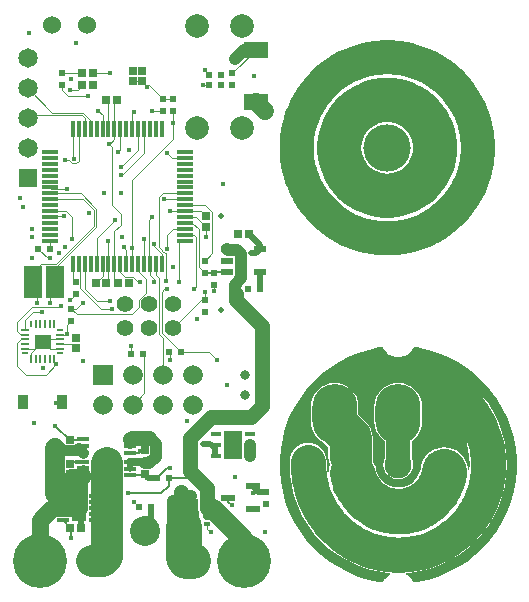
<source format=gbl>
G04*
G04 #@! TF.GenerationSoftware,Altium Limited,Altium Designer,20.0.13 (296)*
G04*
G04 Layer_Physical_Order=4*
G04 Layer_Color=16711680*
%FSLAX25Y25*%
%MOIN*%
G70*
G01*
G75*
%ADD10R,0.02559X0.02520*%
%ADD12R,0.02362X0.01968*%
%ADD13R,0.01968X0.02362*%
%ADD23R,0.02520X0.02559*%
%ADD29C,0.00400*%
%ADD30C,0.04000*%
%ADD31C,0.08000*%
%ADD32C,0.02000*%
%ADD33C,0.02500*%
%ADD34C,0.00800*%
%ADD35C,0.03000*%
%ADD37C,0.05000*%
%ADD38C,0.04500*%
%ADD39C,0.03500*%
%ADD40C,0.06500*%
%ADD42C,0.11200*%
%ADD43O,0.15000X0.20000*%
%ADD45C,0.14575*%
%ADD46C,0.15000*%
%ADD47C,0.11500*%
%ADD51C,0.07000*%
%ADD52C,0.03150*%
%ADD53C,0.06000*%
%ADD54C,0.05512*%
%ADD55R,0.05300X0.04800*%
%ADD56R,0.06496X0.06496*%
%ADD57C,0.06496*%
%ADD58R,0.06555X0.06555*%
%ADD59C,0.06555*%
%ADD60C,0.07874*%
%ADD61C,0.18000*%
%ADD62C,0.10000*%
%ADD63C,0.01968*%
%ADD64C,0.01772*%
%ADD65C,0.09000*%
%ADD68C,0.06000*%
%ADD69R,0.05118X0.09055*%
%ADD70R,0.03937X0.01181*%
%ADD71R,0.01968X0.01378*%
%ADD72R,0.01181X0.01575*%
%ADD73R,0.07795X0.09646*%
%ADD74R,0.01693X0.01496*%
%ADD75R,0.03937X0.01378*%
%ADD76R,0.00600X0.02200*%
%ADD77R,0.00787X0.02953*%
%ADD78R,0.02200X0.00600*%
%ADD79R,0.02953X0.00787*%
%ADD80R,0.04331X0.02362*%
%ADD81R,0.08268X0.05512*%
%ADD82R,0.05906X0.10630*%
%ADD83R,0.04921X0.02362*%
%ADD84R,0.06417X0.09331*%
G04:AMPARAMS|DCode=85|XSize=33.86mil|YSize=15.75mil|CornerRadius=1.97mil|HoleSize=0mil|Usage=FLASHONLY|Rotation=0.000|XOffset=0mil|YOffset=0mil|HoleType=Round|Shape=RoundedRectangle|*
%AMROUNDEDRECTD85*
21,1,0.03386,0.01181,0,0,0.0*
21,1,0.02992,0.01575,0,0,0.0*
1,1,0.00394,0.01496,-0.00591*
1,1,0.00394,-0.01496,-0.00591*
1,1,0.00394,-0.01496,0.00591*
1,1,0.00394,0.01496,0.00591*
%
%ADD85ROUNDEDRECTD85*%
%ADD86R,0.03583X0.04803*%
%ADD87R,0.01181X0.05807*%
%ADD88R,0.05807X0.01181*%
%ADD89C,0.12000*%
%ADD90C,0.10500*%
%ADD91C,0.05500*%
%ADD92C,0.15750*%
%ADD93C,0.14000*%
%ADD94C,0.00500*%
G36*
X656912Y476569D02*
X660434Y475830D01*
X663874Y474774D01*
X667204Y473409D01*
X670396Y471748D01*
X673424Y469804D01*
X676264Y467594D01*
X678890Y465134D01*
X681283Y462446D01*
X683422Y459552D01*
X685289Y456476D01*
X686869Y453243D01*
X688149Y449880D01*
X689119Y446414D01*
X689769Y442875D01*
X690096Y439291D01*
Y435693D01*
X689769Y432109D01*
X689119Y428570D01*
X688149Y425104D01*
X686869Y421741D01*
X685289Y418508D01*
X683422Y415432D01*
X681283Y412538D01*
X678890Y409850D01*
X676264Y407391D01*
X673424Y405180D01*
X670396Y403236D01*
X667204Y401575D01*
X663874Y400211D01*
X660433Y399154D01*
X656912Y398415D01*
X655730Y398277D01*
X655725Y398292D01*
X655209Y399177D01*
X655154Y399240D01*
X655110Y399312D01*
X654422Y400072D01*
X654355Y400122D01*
X654298Y400183D01*
X653467Y400783D01*
X653391Y400818D01*
X653322Y400867D01*
X653185Y400928D01*
X653279Y401433D01*
X654092Y401473D01*
X657606Y401994D01*
X661051Y402857D01*
X664395Y404053D01*
X667606Y405572D01*
X670653Y407398D01*
X673505Y409514D01*
X676137Y411899D01*
X678523Y414531D01*
X680638Y417384D01*
X682465Y420431D01*
X683983Y423641D01*
X685180Y426986D01*
X686043Y430431D01*
X686564Y433945D01*
X686738Y437492D01*
X686564Y441040D01*
X686043Y444553D01*
X685180Y447999D01*
X683983Y451343D01*
X682465Y454554D01*
X680638Y457600D01*
X678583Y460371D01*
X678523Y460453D01*
X678257Y460746D01*
X677925Y461109D01*
X677896Y461145D01*
X676959Y461914D01*
X675891Y462485D01*
X674731Y462837D01*
X673526Y462956D01*
X672320Y462837D01*
X671161Y462485D01*
X670093Y461914D01*
X669156Y461145D01*
X668388Y460209D01*
X667816Y459141D01*
X667465Y457981D01*
X667346Y456776D01*
X667465Y455570D01*
X667816Y454411D01*
X668388Y453342D01*
X668814Y452822D01*
X668785Y452798D01*
X669181Y452354D01*
X670728Y450174D01*
X672021Y447835D01*
X673044Y445365D01*
X673784Y442796D01*
X674232Y440161D01*
X674382Y437492D01*
X674288Y435810D01*
X673786Y435799D01*
X673679Y436884D01*
X673228Y438373D01*
X672494Y439745D01*
X671507Y440948D01*
X670304Y441935D01*
X668931Y442669D01*
X667442Y443121D01*
X665894Y443273D01*
X664345Y443121D01*
X662856Y442669D01*
X661483Y441935D01*
X661308Y441791D01*
X661262Y441772D01*
X660239Y440987D01*
X659453Y439963D01*
X659434Y439917D01*
X659293Y439745D01*
X658560Y438373D01*
X658120Y436922D01*
X658108Y436884D01*
X658028Y436440D01*
X657966Y435947D01*
X657554Y434589D01*
X656852Y433277D01*
X655909Y432128D01*
X654759Y431184D01*
X653448Y430483D01*
X652025Y430051D01*
X650545Y429906D01*
X649064Y430051D01*
X647641Y430483D01*
X646330Y431184D01*
X645180Y432128D01*
X644237Y433277D01*
X643536Y434589D01*
X643198Y435700D01*
X643088Y436177D01*
X643066Y436349D01*
X642974Y436652D01*
X642614Y437838D01*
X642134Y438736D01*
X642130Y438771D01*
X641994Y439098D01*
X642101Y440182D01*
Y446384D01*
X641958Y447835D01*
X641535Y449230D01*
X640848Y450515D01*
X639923Y451642D01*
X637276Y454289D01*
Y456884D01*
X637123Y458433D01*
X636672Y459922D01*
X635938Y461295D01*
X634951Y462497D01*
X633748Y463485D01*
X632375Y464218D01*
X630886Y464670D01*
X629338Y464822D01*
X627789Y464670D01*
X626300Y464218D01*
X624928Y463485D01*
X623725Y462497D01*
X622737Y461295D01*
X622004Y459922D01*
X621552Y458433D01*
X621399Y456884D01*
Y451884D01*
X621552Y450336D01*
X622004Y448846D01*
X622737Y447474D01*
X623725Y446271D01*
X624928Y445284D01*
X625620Y444914D01*
X627229Y443304D01*
Y440182D01*
X627372Y438732D01*
X627795Y437339D01*
X627494Y436349D01*
X627353Y434912D01*
X626851Y434922D01*
X626707Y437492D01*
X626754Y438323D01*
X626754Y438323D01*
X626743Y438539D01*
X626717Y438802D01*
X626717Y438802D01*
X626715Y438819D01*
X626624Y439745D01*
X626272Y440904D01*
X625701Y441972D01*
X624933Y442909D01*
X623996Y443677D01*
X622928Y444248D01*
X621768Y444600D01*
X620563Y444719D01*
X619357Y444600D01*
X618198Y444248D01*
X617130Y443677D01*
X616193Y442909D01*
X615424Y441972D01*
X614853Y440904D01*
X614502Y439745D01*
X614404Y438754D01*
X614404D01*
X614412Y438745D01*
X614351Y437492D01*
X614525Y433945D01*
X615046Y430431D01*
X615909Y426986D01*
X617106Y423641D01*
X618625Y420431D01*
X620451Y417384D01*
X622567Y414531D01*
X624952Y411899D01*
X627584Y409514D01*
X630437Y407398D01*
X633483Y405572D01*
X636694Y404053D01*
X640038Y402857D01*
X643483Y401994D01*
X646997Y401473D01*
X647810Y401433D01*
X647904Y400928D01*
X647767Y400867D01*
X647698Y400818D01*
X647622Y400783D01*
X646792Y400183D01*
X646734Y400122D01*
X646667Y400072D01*
X645979Y399312D01*
X645936Y399240D01*
X645880Y399177D01*
X645364Y398292D01*
X645359Y398277D01*
X644177Y398415D01*
X640656Y399154D01*
X637216Y400211D01*
X633886Y401575D01*
X630693Y403236D01*
X627665Y405180D01*
X624826Y407391D01*
X622199Y409850D01*
X619806Y412538D01*
X617667Y415432D01*
X615800Y418508D01*
X614220Y421741D01*
X612940Y425104D01*
X611971Y428570D01*
X611320Y432109D01*
X610993Y435693D01*
Y439291D01*
X611320Y442875D01*
X611971Y446414D01*
X612940Y449880D01*
X614220Y453243D01*
X615800Y456476D01*
X617667Y459552D01*
X619806Y462446D01*
X622199Y465134D01*
X624826Y467594D01*
X627665Y469804D01*
X630693Y471748D01*
X633886Y473409D01*
X637216Y474774D01*
X640656Y475830D01*
X644177Y476569D01*
X645359Y476707D01*
X645364Y476693D01*
X645880Y475807D01*
X645936Y475744D01*
X645979Y475672D01*
X646667Y474913D01*
X646734Y474863D01*
X646792Y474801D01*
X647622Y474201D01*
X647698Y474166D01*
X647767Y474117D01*
X648704Y473702D01*
X648786Y473684D01*
X648863Y473651D01*
X649866Y473438D01*
X649950Y473437D01*
X650032Y473421D01*
X651057D01*
X651139Y473437D01*
X651223Y473438D01*
X652226Y473651D01*
X652303Y473684D01*
X652385Y473702D01*
X653322Y474117D01*
X653391Y474166D01*
X653467Y474201D01*
X654298Y474801D01*
X654355Y474863D01*
X654422Y474913D01*
X655110Y475672D01*
X655154Y475744D01*
X655209Y475807D01*
X655725Y476693D01*
X655730Y476707D01*
X656912Y476569D01*
D02*
G37*
%LPC*%
G36*
X650565Y464822D02*
X649017Y464670D01*
X647527Y464218D01*
X646155Y463485D01*
X644952Y462497D01*
X643965Y461295D01*
X643231Y459922D01*
X642779Y458433D01*
X642627Y456884D01*
Y451884D01*
X642779Y450336D01*
X643231Y448846D01*
X643965Y447474D01*
X644952Y446271D01*
X646127Y445307D01*
Y439603D01*
X645791Y438792D01*
X645623Y437513D01*
X645791Y436234D01*
X646285Y435042D01*
X647071Y434018D01*
X648094Y433233D01*
X649286Y432739D01*
X650565Y432571D01*
X651844Y432739D01*
X653036Y433233D01*
X654060Y434018D01*
X654845Y435042D01*
X655339Y436234D01*
X655508Y437513D01*
X655339Y438792D01*
X655003Y439603D01*
Y445307D01*
X656178Y446271D01*
X657166Y447474D01*
X657899Y448846D01*
X658351Y450336D01*
X658503Y451884D01*
Y456884D01*
X658351Y458433D01*
X657899Y459922D01*
X657166Y461295D01*
X656178Y462497D01*
X654976Y463485D01*
X653603Y464218D01*
X652114Y464670D01*
X650565Y464822D01*
D02*
G37*
%LPD*%
D10*
X541228Y416500D02*
D03*
X544772D02*
D03*
X548772Y564000D02*
D03*
X545228D02*
D03*
X548772Y568000D02*
D03*
X545228D02*
D03*
X553228Y559000D02*
D03*
X556772D02*
D03*
X553272Y498000D02*
D03*
X549728D02*
D03*
X600772Y514500D02*
D03*
X597228D02*
D03*
X557228Y498000D02*
D03*
X560772D02*
D03*
D12*
X573969Y433000D02*
D03*
X570031D02*
D03*
X567969Y423500D02*
D03*
X564032Y423500D02*
D03*
X577969Y475000D02*
D03*
X574031D02*
D03*
X561531Y474500D02*
D03*
X565469D02*
D03*
X587532Y564000D02*
D03*
X591468D02*
D03*
X591468Y567500D02*
D03*
X587532D02*
D03*
X534469Y509500D02*
D03*
X530532D02*
D03*
X604468Y496000D02*
D03*
X600531D02*
D03*
D13*
X538500Y564032D02*
D03*
Y567969D02*
D03*
X572000Y555532D02*
D03*
Y559469D02*
D03*
X575500Y555532D02*
D03*
Y559469D02*
D03*
X541500Y489468D02*
D03*
Y485532D02*
D03*
X589000Y501469D02*
D03*
Y497532D02*
D03*
X586000Y488531D02*
D03*
Y492469D02*
D03*
X543000Y498468D02*
D03*
Y494531D02*
D03*
X606500Y424532D02*
D03*
Y428469D02*
D03*
X586000Y501532D02*
D03*
Y505469D02*
D03*
X595000Y567937D02*
D03*
Y564000D02*
D03*
D23*
X566000Y445772D02*
D03*
Y442228D02*
D03*
Y437772D02*
D03*
Y434228D02*
D03*
X541000Y442228D02*
D03*
Y445772D02*
D03*
X541000Y437772D02*
D03*
X541000Y434228D02*
D03*
X562000Y565228D02*
D03*
Y568772D02*
D03*
X565000Y565228D02*
D03*
Y568772D02*
D03*
X586500Y520272D02*
D03*
Y516728D02*
D03*
X543000Y476228D02*
D03*
Y479772D02*
D03*
D29*
X529550Y476300D02*
X531750Y478500D01*
X529388Y476138D02*
X529550Y476300D01*
X526094Y476138D02*
X529388D01*
X531750Y478500D02*
X532000D01*
X528063Y472594D02*
Y474563D01*
X529550Y476050D01*
Y476300D01*
X534612Y476138D02*
X537906D01*
X532250Y478500D02*
X534612Y476138D01*
X532000Y478500D02*
X532250D01*
X532787Y479287D02*
X537906D01*
X532000Y478500D02*
X532787Y479287D01*
X553228Y559000D02*
X553957Y558272D01*
Y549543D02*
Y558272D01*
X551988Y500260D02*
Y504362D01*
X550808Y499080D02*
X551988Y500260D01*
X550808Y499060D02*
Y499080D01*
X549748Y498000D02*
X550808Y499060D01*
X549728Y498000D02*
X549748D01*
X534710Y529515D02*
X537242D01*
X537257Y529500D02*
X539926D01*
X534319Y529906D02*
X534710Y529515D01*
X539926Y529500D02*
X539963Y529537D01*
X537242Y529515D02*
X537257Y529500D01*
X558422Y534056D02*
X565768Y541402D01*
Y549543D01*
X558251Y534056D02*
X558422D01*
X558231Y536830D02*
X563799Y542398D01*
Y549543D01*
X557894Y542532D02*
Y549543D01*
X557111Y541749D02*
X557894Y542532D01*
X557111Y541612D02*
Y541749D01*
X567348Y564120D02*
X572000Y559469D01*
X574000Y474968D02*
X574500Y474469D01*
X530532Y509500D02*
X534031Y506000D01*
X543193Y489468D02*
X545224Y491500D01*
X561831Y508831D02*
Y532331D01*
X544584Y496416D02*
Y504362D01*
X536240Y503700D02*
X536700D01*
X523500Y470500D02*
X526500Y467500D01*
X533000D02*
X536500Y471000D01*
X526500Y467500D02*
X533000D01*
X523500Y470500D02*
Y478000D01*
X554000Y544500D02*
X555000Y543500D01*
Y524000D02*
Y543500D01*
X558000Y517500D02*
Y521000D01*
X555000Y524000D02*
X558000Y521000D01*
X555925Y504362D02*
Y515425D01*
X558000Y517500D01*
X573500Y509500D02*
Y514000D01*
X575626Y516126D01*
X570946Y510054D02*
Y526625D01*
Y510054D02*
X571914Y509086D01*
X570946Y526625D02*
X572257Y527937D01*
X571914Y508843D02*
Y509086D01*
Y508843D02*
X572843Y507914D01*
X573086D01*
X571673Y504362D02*
Y507827D01*
X569000Y510500D02*
X571673Y507827D01*
X569000Y510500D02*
Y511000D01*
X567414Y518977D02*
X568469Y520031D01*
X567414Y504684D02*
Y518977D01*
Y504684D02*
X567736Y504362D01*
X602134Y428134D02*
Y430240D01*
X562160Y500000D02*
X563660Y498500D01*
X559500Y500000D02*
X562160D01*
X557894Y501606D02*
X559500Y500000D01*
X586500Y513500D02*
Y516728D01*
X574500Y472500D02*
Y474469D01*
X574532Y522031D02*
X579500D01*
X563799Y501988D02*
Y504362D01*
Y501988D02*
X566500Y499287D01*
X557894Y501606D02*
Y504362D01*
X563660Y498500D02*
X564500D01*
X564144Y492390D02*
X566500Y494746D01*
Y499287D01*
X564144Y490144D02*
Y492390D01*
X561644Y487644D02*
X564144Y490144D01*
X567736Y500764D02*
X569000Y499500D01*
X567736Y500764D02*
Y504362D01*
X526094Y485751D02*
X528672Y488328D01*
X526094Y482437D02*
Y485751D01*
X528672Y488328D02*
X531734D01*
X531828Y489914D02*
X531828Y489914D01*
X530657Y489914D02*
X531828D01*
X530657Y489914D02*
X530657Y489914D01*
X528414Y489914D02*
X530657D01*
X531828D02*
X537414D01*
X538000Y490500D01*
X534500Y491500D02*
Y496760D01*
X523500Y485000D02*
X528414Y489914D01*
X530000Y491500D02*
Y497260D01*
X523500Y482000D02*
Y485000D01*
X559862Y504362D02*
Y509138D01*
X559000Y510000D02*
X559862Y509138D01*
X534500Y496760D02*
X536240Y498500D01*
X528760D02*
X530000Y497260D01*
X523500Y482000D02*
X524638Y480862D01*
X540011Y481011D02*
Y484043D01*
X541500Y485532D01*
X524638Y480862D02*
X526094D01*
X541000Y492531D02*
X543000Y494531D01*
X546083Y496049D02*
Y504362D01*
Y496049D02*
X550131Y492000D01*
X554500D01*
X555925Y499303D02*
Y504362D01*
Y499303D02*
X557228Y498000D01*
X544114Y504362D02*
X544584D01*
Y496416D02*
X551500Y489500D01*
X555000D01*
X543324Y487644D02*
X561644D01*
X541500Y489468D02*
X543324Y487644D01*
X561531Y474500D02*
Y476968D01*
X569000Y498500D02*
Y499500D01*
X569705Y500795D02*
Y504362D01*
Y500795D02*
X570856Y499644D01*
Y481673D02*
Y499644D01*
X553957Y504362D02*
Y511957D01*
X561831Y504362D02*
Y508831D01*
X562000Y509000D01*
X561685Y509685D02*
X561831Y508831D01*
X565768Y504362D02*
Y512768D01*
X561831Y532331D02*
X575500Y546000D01*
Y551335D01*
X561831Y549543D02*
Y554331D01*
X562500Y555000D01*
X555925Y558153D02*
X556772Y559000D01*
X555925Y549543D02*
Y558153D01*
X550500Y555500D02*
X551988Y554012D01*
Y549543D02*
Y554012D01*
X527000Y563000D02*
X535200Y554800D01*
X545331D01*
X548051Y552080D01*
Y549543D02*
Y552080D01*
X527000Y553000D02*
X528000Y554000D01*
X545000D01*
X546000Y553000D01*
Y549626D02*
Y553000D01*
Y549626D02*
X546083Y549543D01*
X538500Y562500D02*
X540500Y560500D01*
X538500Y562500D02*
Y564032D01*
X540500Y560500D02*
X547000D01*
X541000Y562500D02*
X543728D01*
X548772Y568000D02*
X554500D01*
X538500Y567969D02*
X538531Y568000D01*
X545228D01*
X543728Y562500D02*
X545228Y564000D01*
X573500Y541500D02*
X575252Y539748D01*
X579500D01*
X573086Y498586D02*
Y507914D01*
X571656Y481342D02*
Y495156D01*
X575374Y483063D02*
X584780Y492469D01*
X572257Y527937D02*
X579500D01*
X588422Y507891D02*
Y521737D01*
X579500Y524000D02*
X586160D01*
X588422Y521737D01*
X586000Y505469D02*
X588422Y507891D01*
X583165Y520063D02*
X586500Y516728D01*
X579500Y520063D02*
X583165D01*
X579500Y522031D02*
X584740D01*
X586500Y520272D01*
X572532Y525969D02*
X579500D01*
X586000Y492469D02*
Y495000D01*
X589000Y495500D02*
Y497532D01*
X572500Y496000D02*
X573500D01*
X571656Y495156D02*
X572500Y496000D01*
X572000Y467500D02*
Y479837D01*
X570841Y480996D02*
X572000Y479837D01*
X570841Y480996D02*
Y481659D01*
X570856Y481673D01*
X571641Y481327D02*
X571656Y481342D01*
X571641Y481327D02*
X571641D01*
X577969Y475000D01*
X534342Y527914D02*
X540657D01*
X534319Y527937D02*
X534342Y527914D01*
X540680Y527937D02*
X544631D01*
X540657Y527914D02*
X540680Y527937D01*
X536700Y503700D02*
X549886Y516886D01*
X544631Y527937D02*
X549886Y522683D01*
X536369Y504500D02*
X549086Y517217D01*
X545469Y525969D02*
X549086Y522351D01*
Y517217D02*
Y522351D01*
X549886Y516886D02*
Y522683D01*
X534319Y525969D02*
X545469D01*
X534319Y522031D02*
X539820D01*
X541926Y519926D01*
Y512574D02*
Y519926D01*
X531500Y504500D02*
X536369D01*
X574000Y474968D02*
X574031Y475000D01*
X587500D02*
X590000Y472500D01*
X577969Y475000D02*
X587500D01*
X534031Y506000D02*
X534500Y506468D01*
X536240Y498500D02*
Y503700D01*
X541843Y537914D02*
X543157D01*
X540757Y539000D02*
X541843Y537914D01*
X542146Y539854D02*
X542500Y539500D01*
X543157Y537914D02*
X544114Y538871D01*
X539500Y539000D02*
X540757D01*
X544114Y538871D02*
Y549543D01*
X542146Y539854D02*
Y549543D01*
X575500Y555532D02*
X575500Y555532D01*
X575500Y551335D02*
Y555532D01*
X568469Y555532D02*
X572000D01*
X565000Y565228D02*
X566728Y563500D01*
X562000Y565228D02*
X565000D01*
X572000Y559469D02*
X575500D01*
X554500Y544500D02*
X555925Y545925D01*
X554000Y544500D02*
X554500D01*
X555925Y545925D02*
Y549543D01*
X553957Y504362D02*
X553957Y504362D01*
Y498500D02*
Y504362D01*
X523500Y478000D02*
X524787Y479287D01*
X526094D01*
X606000Y554500D02*
Y555339D01*
X599161Y575661D02*
X603000D01*
X595276Y567937D02*
X603000Y575661D01*
X595000Y567937D02*
X595276D01*
X585500Y564000D02*
X587532D01*
X586031Y569000D02*
X587532Y567500D01*
X562532Y425000D02*
X564032Y423500D01*
X583200Y496700D02*
Y513300D01*
X582500Y496000D02*
X583200Y496700D01*
X577500Y498500D02*
Y511689D01*
X582500Y514000D02*
X583200Y513300D01*
X579658Y514000D02*
X582500D01*
X579500Y514157D02*
X579658Y514000D01*
X581874Y518094D02*
X584000Y515969D01*
Y503532D02*
Y515969D01*
Y503532D02*
X586000Y501532D01*
X577126Y514157D02*
X579500D01*
X575626Y516126D02*
X579500D01*
Y518094D02*
X581874D01*
X579500D02*
X579595Y518000D01*
X542146Y499323D02*
X543000Y498468D01*
X542146Y499323D02*
Y504362D01*
X541500Y489468D02*
X543193D01*
X545224Y491500D02*
X545362Y491362D01*
X537906Y480862D02*
X539862D01*
X540011Y481011D01*
X550020Y504362D02*
Y513020D01*
X556000Y519000D01*
X537906Y477713D02*
X541516D01*
X543000Y476228D01*
X562000Y457500D02*
X565878Y461378D01*
Y474091D01*
X565469Y474500D02*
X565878Y474091D01*
X534319Y512189D02*
X534469Y512039D01*
Y509500D02*
Y512039D01*
X528760Y498500D02*
Y501760D01*
X531500Y504500D01*
X534319Y520063D02*
X534527Y520272D01*
X539000D01*
X584780Y492469D02*
X586000D01*
X586929Y416039D02*
X587968Y415000D01*
X586929Y416039D02*
Y417661D01*
X544000Y423000D02*
X544772Y422228D01*
X599000Y405500D02*
Y412500D01*
D30*
X575512Y425339D02*
X578000D01*
X576161Y417661D02*
X580000Y421500D01*
X575512Y420221D02*
Y422780D01*
Y417661D02*
X576161D01*
X569660Y439955D02*
Y444502D01*
X566000Y437908D02*
X567613D01*
X601150Y440260D02*
Y444000D01*
X567662Y446500D02*
X569660Y444502D01*
X567500Y446500D02*
X567662D01*
X567613Y437908D02*
X569660Y439955D01*
X596158Y572657D02*
X599161Y575661D01*
X596000Y494972D02*
X596528Y494445D01*
X596000Y494972D02*
Y497531D01*
X598054Y499585D01*
Y507675D01*
X596648Y509081D02*
X598054Y507675D01*
X593647Y509081D02*
X596648D01*
X593488Y509240D02*
X593647Y509081D01*
X578000Y425339D02*
X579685D01*
X575512Y422780D02*
Y425339D01*
X561248Y444589D02*
Y446028D01*
X552500Y439150D02*
X553374Y438024D01*
X575512Y417661D02*
Y420221D01*
X579685Y425339D02*
X581417Y427071D01*
D31*
X580000Y417661D02*
Y421500D01*
X579000Y416661D02*
X580000Y417661D01*
X650565Y437513D02*
Y454384D01*
D32*
X549315Y408405D02*
X552220Y405500D01*
X587850Y444500D02*
X589350Y443000D01*
X602134Y430240D02*
X603905Y428469D01*
X606500D01*
X604512Y509240D02*
Y510760D01*
X600772Y514500D02*
X604512Y510760D01*
X566000Y415500D02*
X567969Y417469D01*
Y423500D01*
X589350Y441260D02*
Y443000D01*
X585500Y444500D02*
X587850D01*
X601500Y508000D02*
X603272D01*
X604468Y496000D02*
X604512Y496043D01*
Y501760D01*
X603272Y508000D02*
X604512Y509240D01*
X566000Y434228D02*
X567228Y433000D01*
X570031D01*
X561248Y436185D02*
Y438547D01*
X544772Y416500D02*
Y422228D01*
D33*
X561248Y438547D02*
X565225D01*
X586929Y420221D02*
Y422780D01*
D34*
X541500Y413000D02*
Y416228D01*
X541228Y416500D02*
X541500Y416228D01*
X564000Y441500D02*
X564500Y442000D01*
X586000Y501532D02*
X586063Y501469D01*
X589000D01*
X589291Y501760D01*
X593488D01*
X593866Y425134D02*
Y426500D01*
Y425134D02*
X595000Y424000D01*
X573531Y436500D02*
X574500D01*
X570031Y433000D02*
X573531Y436500D01*
X536000Y450500D02*
X536272D01*
X541000Y445772D01*
X545244D02*
X545500Y446028D01*
X541000Y445772D02*
X545244D01*
X541728Y438500D02*
X543500D01*
X541000Y437772D02*
X541728Y438500D01*
X561248Y441500D02*
X564000D01*
X565791Y434020D02*
X566000Y434228D01*
X561248Y434020D02*
X565791D01*
X573969Y433000D02*
X581000D01*
X586929Y427071D01*
X573969Y430532D02*
Y433000D01*
X571437Y428000D02*
X573969Y430532D01*
X560500Y428000D02*
X571437D01*
X538685Y419043D02*
Y419063D01*
Y419043D02*
X541228Y416500D01*
D35*
X545500Y434020D02*
Y435958D01*
X545291Y434228D02*
X545500Y434020D01*
D37*
X578000Y425339D02*
Y428500D01*
X561720Y446500D02*
X567500D01*
X581000D02*
X588000Y453500D01*
X581000Y435500D02*
Y446500D01*
X588000Y453500D02*
X601500D01*
X561248Y446028D02*
X561720Y446500D01*
X596450Y492413D02*
Y494445D01*
Y492413D02*
X605000Y483863D01*
Y457000D02*
Y483863D01*
X601500Y453500D02*
X605000Y457000D01*
X586929Y427071D02*
Y429571D01*
X581000Y435500D02*
X586929Y429571D01*
Y425339D02*
Y427071D01*
X538685Y423000D02*
Y424968D01*
D38*
X586929Y422780D02*
X588721D01*
X586929D02*
Y425339D01*
D39*
X544000Y443000D02*
X545500Y441500D01*
X538850Y442342D02*
X543150D01*
X536000Y427654D02*
X538685Y424968D01*
X538192Y443000D02*
X538850Y442342D01*
X543150D02*
X543808Y443000D01*
X544000D01*
X541000Y434228D02*
X545291D01*
X541000Y427283D02*
Y434228D01*
D40*
X588721Y422780D02*
X599000Y412500D01*
X536000Y427654D02*
Y443000D01*
D42*
X677059Y543108D02*
X677043Y544106D01*
X676993Y545104D01*
X676911Y546099D01*
X676795Y547091D01*
X676647Y548078D01*
X676467Y549060D01*
X676254Y550036D01*
X676008Y551004D01*
X675731Y551964D01*
X675423Y552914D01*
X675083Y553853D01*
X674712Y554780D01*
X674311Y555694D01*
X673880Y556595D01*
X673419Y557481D01*
X672929Y558351D01*
X672411Y559205D01*
X671865Y560041D01*
X671291Y560859D01*
X670691Y561657D01*
X670065Y562435D01*
X669413Y563191D01*
X668737Y563926D01*
X668037Y564638D01*
X667313Y565326D01*
X666567Y565990D01*
X665800Y566630D01*
X665012Y567243D01*
X664204Y567830D01*
X663377Y568390D01*
X662532Y568922D01*
X661670Y569426D01*
X660792Y569902D01*
X659898Y570348D01*
X658990Y570764D01*
X658069Y571150D01*
X657136Y571505D01*
X656191Y571829D01*
X655237Y572122D01*
X654273Y572383D01*
X653301Y572612D01*
X652322Y572809D01*
X651337Y572974D01*
X650347Y573105D01*
X649353Y573204D01*
X648356Y573270D01*
X647358Y573303D01*
X646360D01*
X645362Y573270D01*
X644365Y573204D01*
X643371Y573105D01*
X642382Y572974D01*
X641397Y572809D01*
X640417Y572612D01*
X639445Y572383D01*
X638482Y572122D01*
X637527Y571829D01*
X636582Y571505D01*
X635649Y571150D01*
X634728Y570764D01*
X633820Y570348D01*
X632927Y569902D01*
X632048Y569426D01*
X631186Y568922D01*
X630341Y568390D01*
X629514Y567830D01*
X628707Y567243D01*
X627918Y566630D01*
X627151Y565990D01*
X626405Y565326D01*
X625682Y564638D01*
X624981Y563926D01*
X624305Y563191D01*
X623653Y562435D01*
X623027Y561657D01*
X622427Y560859D01*
X621853Y560041D01*
X621307Y559205D01*
X620789Y558352D01*
X620299Y557481D01*
X619838Y556595D01*
X619407Y555694D01*
X619006Y554780D01*
X618635Y553853D01*
X618295Y552914D01*
X617987Y551964D01*
X617710Y551004D01*
X617465Y550036D01*
X617252Y549060D01*
X617071Y548078D01*
X616923Y547091D01*
X616808Y546099D01*
X616725Y545104D01*
X616676Y544106D01*
X616659Y543108D01*
X616676Y542109D01*
X616725Y541112D01*
X616808Y540116D01*
X616923Y539124D01*
X617071Y538137D01*
X617252Y537155D01*
X617465Y536179D01*
X617710Y535211D01*
X617987Y534251D01*
X618295Y533302D01*
X618635Y532363D01*
X619006Y531435D01*
X619407Y530521D01*
X619838Y529620D01*
X620299Y528734D01*
X620789Y527864D01*
X621307Y527010D01*
X621853Y526174D01*
X622427Y525356D01*
X623027Y524558D01*
X623653Y523781D01*
X624305Y523024D01*
X624981Y522289D01*
X625682Y521577D01*
X626405Y520889D01*
X627151Y520225D01*
X627918Y519586D01*
X628706Y518972D01*
X629514Y518385D01*
X630341Y517825D01*
X631186Y517293D01*
X632048Y516789D01*
X632926Y516314D01*
X633820Y515868D01*
X634728Y515451D01*
X635649Y515065D01*
X636582Y514710D01*
X637527Y514386D01*
X638481Y514093D01*
X639445Y513832D01*
X640417Y513603D01*
X641396Y513406D01*
X642381Y513241D01*
X643371Y513110D01*
X644365Y513011D01*
X645362Y512945D01*
X646360Y512912D01*
X647358Y512912D01*
X648356Y512945D01*
X649353Y513011D01*
X650347Y513110D01*
X651336Y513241D01*
X652321Y513406D01*
X653301Y513602D01*
X654273Y513832D01*
X655236Y514093D01*
X656191Y514386D01*
X657136Y514710D01*
X658069Y515065D01*
X658990Y515451D01*
X659898Y515867D01*
X660791Y516313D01*
X661670Y516789D01*
X662532Y517293D01*
X663377Y517825D01*
X664204Y518385D01*
X665012Y518972D01*
X665800Y519585D01*
X666567Y520224D01*
X667313Y520889D01*
X668036Y521577D01*
X668737Y522289D01*
X669413Y523024D01*
X670065Y523780D01*
X670691Y524558D01*
X671291Y525356D01*
X671865Y526174D01*
X672411Y527010D01*
X672929Y527864D01*
X673419Y528734D01*
X673880Y529620D01*
X674311Y530521D01*
X674712Y531435D01*
X675083Y532363D01*
X675423Y533301D01*
X675731Y534251D01*
X676008Y535211D01*
X676254Y536179D01*
X676467Y537155D01*
X676647Y538137D01*
X676795Y539124D01*
X676911Y540116D01*
X676993Y541112D01*
X677043Y542109D01*
X677059Y543108D01*
D43*
X629338Y454384D02*
D03*
X671896D02*
D03*
X650565D02*
D03*
D45*
X662809Y543108D02*
X662778Y544109D01*
X662683Y545107D01*
X662527Y546096D01*
X662308Y547074D01*
X662029Y548036D01*
X661689Y548979D01*
X661291Y549899D01*
X660836Y550792D01*
X660326Y551654D01*
X659763Y552483D01*
X659149Y553274D01*
X658486Y554026D01*
X657778Y554735D01*
X657026Y555397D01*
X656234Y556011D01*
X655406Y556574D01*
X654543Y557085D01*
X653650Y557540D01*
X652731Y557937D01*
X651788Y558277D01*
X650826Y558556D01*
X649848Y558775D01*
X648858Y558932D01*
X647861Y559026D01*
X646859Y559058D01*
X645858Y559026D01*
X644860Y558932D01*
X643870Y558775D01*
X642893Y558556D01*
X641930Y558277D01*
X640988Y557937D01*
X640068Y557540D01*
X639175Y557085D01*
X638313Y556575D01*
X637484Y556011D01*
X636692Y555397D01*
X635941Y554735D01*
X635232Y554026D01*
X634569Y553274D01*
X633955Y552483D01*
X633392Y551654D01*
X632882Y550792D01*
X632427Y549899D01*
X632029Y548979D01*
X631690Y548036D01*
X631410Y547074D01*
X631192Y546096D01*
X631035Y545107D01*
X630941Y544109D01*
X630909Y543108D01*
X630941Y542106D01*
X631035Y541108D01*
X631192Y540119D01*
X631410Y539141D01*
X631690Y538179D01*
X632029Y537236D01*
X632427Y536316D01*
X632882Y535424D01*
X633392Y534561D01*
X633955Y533732D01*
X634570Y532941D01*
X635232Y532189D01*
X635941Y531481D01*
X636692Y530818D01*
X637484Y530204D01*
X638313Y529640D01*
X639175Y529130D01*
X640068Y528676D01*
X640988Y528278D01*
X641930Y527938D01*
X642893Y527659D01*
X643870Y527440D01*
X644860Y527283D01*
X645858Y527189D01*
X646859Y527157D01*
X647861Y527189D01*
X648858Y527283D01*
X649848Y527440D01*
X650826Y527659D01*
X651788Y527938D01*
X652731Y528278D01*
X653650Y528676D01*
X654543Y529131D01*
X655406Y529640D01*
X656234Y530204D01*
X657026Y530818D01*
X657778Y531481D01*
X658486Y532189D01*
X659149Y532941D01*
X659763Y533732D01*
X660326Y534561D01*
X660836Y535424D01*
X661291Y536316D01*
X661689Y537236D01*
X662029Y538179D01*
X662308Y539141D01*
X662527Y540119D01*
X662683Y541109D01*
X662778Y542106D01*
X662809Y543108D01*
D46*
X635280Y434800D02*
X635484Y433826D01*
X635751Y432866D01*
X636079Y431926D01*
X636466Y431008D01*
X636911Y430118D01*
X637413Y429257D01*
X637969Y428431D01*
X638577Y427642D01*
X639234Y426894D01*
X639938Y426190D01*
X640685Y425532D01*
X641474Y424924D01*
X642300Y424367D01*
X643159Y423865D01*
X644050Y423418D01*
X644967Y423030D01*
X645907Y422702D01*
X646866Y422435D01*
X647841Y422230D01*
X648827Y422088D01*
X649819Y422009D01*
X650815Y421994D01*
X651810Y422044D01*
X652799Y422157D01*
X653779Y422333D01*
X654746Y422572D01*
X655695Y422873D01*
X656624Y423234D01*
X657527Y423654D01*
X658401Y424131D01*
X659243Y424663D01*
X660048Y425248D01*
X660815Y425883D01*
X661540Y426567D01*
X662218Y427295D01*
X662849Y428066D01*
X663429Y428876D01*
X663956Y429721D01*
X664427Y430598D01*
X664841Y431504D01*
X665196Y432434D01*
X665491Y433386D01*
X665724Y434354D01*
X665894Y435335D01*
D47*
X620563Y438539D02*
X620545Y437537D01*
X620560Y436535D01*
X620609Y435534D01*
X620691Y434536D01*
X620806Y433540D01*
X620955Y432550D01*
X621136Y431564D01*
X621350Y430585D01*
X621597Y429614D01*
X621877Y428652D01*
X622188Y427700D01*
X622531Y426758D01*
X622905Y425828D01*
X623310Y424912D01*
X623745Y424009D01*
X624210Y423122D01*
X624705Y422250D01*
X625228Y421396D01*
X625780Y420560D01*
X626359Y419742D01*
X626966Y418944D01*
X627598Y418167D01*
X628256Y417412D01*
X628939Y416678D01*
X629646Y415969D01*
X630377Y415282D01*
X631130Y414621D01*
X631904Y413986D01*
X632700Y413376D01*
X633515Y412794D01*
X634349Y412239D01*
X635202Y411712D01*
X636071Y411214D01*
X636957Y410746D01*
X637858Y410307D01*
X638773Y409898D01*
X639701Y409520D01*
X640641Y409174D01*
X641592Y408859D01*
X642553Y408576D01*
X643524Y408325D01*
X644501Y408107D01*
X645486Y407922D01*
X646477Y407769D01*
X647471Y407650D01*
X648470Y407564D01*
X649470Y407511D01*
X650472Y407492D01*
X651474Y407507D01*
X652475Y407554D01*
X653474Y407635D01*
X654469Y407750D01*
X655460Y407898D01*
X656446Y408078D01*
X657425Y408292D01*
X658396Y408538D01*
X659359Y408816D01*
X660311Y409127D01*
X661253Y409469D01*
X662183Y409842D01*
X663100Y410246D01*
X664003Y410680D01*
X664891Y411145D01*
X665763Y411638D01*
X666618Y412161D01*
X667455Y412712D01*
X668273Y413291D01*
X669071Y413896D01*
X669849Y414528D01*
X670605Y415185D01*
X671339Y415868D01*
X672049Y416574D01*
X672736Y417304D01*
X673398Y418057D01*
X674034Y418831D01*
X674644Y419626D01*
X675227Y420440D01*
X675783Y421274D01*
X676310Y422126D01*
X676809Y422995D01*
X677279Y423880D01*
X677718Y424781D01*
X678128Y425695D01*
X678506Y426623D01*
X678854Y427563D01*
X679170Y428514D01*
X679453Y429475D01*
X679705Y430445D01*
X679924Y431422D01*
X680110Y432407D01*
X680264Y433397D01*
X680384Y434392D01*
X680471Y435390D01*
X680524Y436391D01*
X680544Y437393D01*
X680531Y438394D01*
X680484Y439395D01*
X680404Y440394D01*
X680290Y441390D01*
X680143Y442381D01*
X679964Y443367D01*
X679751Y444346D01*
X679506Y445317D01*
X679228Y446280D01*
X678919Y447233D01*
X678578Y448175D01*
X678205Y449106D01*
X677802Y450023D01*
X677368Y450926D01*
X676905Y451815D01*
X676412Y452687D01*
X675890Y453542D01*
X675340Y454380D01*
X674762Y455198D01*
X674157Y455997D01*
X673526Y456776D01*
D51*
X553374Y440024D02*
D03*
D52*
X599551Y467346D02*
D03*
Y460654D02*
D03*
D53*
X546811Y584000D02*
D03*
X535000D02*
D03*
D54*
X559626Y483126D02*
D03*
X567500Y483063D02*
D03*
X575374D02*
D03*
Y491000D02*
D03*
X567500D02*
D03*
X559626D02*
D03*
D55*
X532000Y478500D02*
D03*
D56*
X527000Y533000D02*
D03*
D57*
Y543000D02*
D03*
Y553000D02*
D03*
Y563000D02*
D03*
Y573000D02*
D03*
D58*
X552000Y467500D02*
D03*
D59*
X562000D02*
D03*
X572000D02*
D03*
X582000D02*
D03*
X552000Y457500D02*
D03*
X562000D02*
D03*
X572000D02*
D03*
X582000D02*
D03*
D60*
X598551Y549665D02*
D03*
Y583681D02*
D03*
X583591D02*
D03*
Y549665D02*
D03*
D61*
X599000Y405500D02*
D03*
X531000D02*
D03*
D62*
X566000Y415500D02*
D03*
X548500Y405500D02*
D03*
X582000D02*
D03*
D63*
X591575Y489000D02*
D03*
Y520496D02*
D03*
D64*
X539963Y529537D02*
D03*
X528500Y516000D02*
D03*
Y513500D02*
D03*
X558251Y534056D02*
D03*
X558231Y536830D02*
D03*
X560728Y542272D02*
D03*
X557111Y541612D02*
D03*
X558500Y513500D02*
D03*
X532000Y469586D02*
D03*
X552500Y528000D02*
D03*
X573500Y509500D02*
D03*
X569000Y511000D02*
D03*
X583500Y486000D02*
D03*
X602134Y428134D02*
D03*
X561500Y498200D02*
D03*
X527500Y581500D02*
D03*
X602500Y567000D02*
D03*
X558000Y528000D02*
D03*
X592000Y531000D02*
D03*
X593500Y464000D02*
D03*
X606000Y415000D02*
D03*
X529000Y451500D02*
D03*
X545500Y472000D02*
D03*
X586500Y513500D02*
D03*
X575500Y503500D02*
D03*
X524500Y526500D02*
D03*
X574500Y472500D02*
D03*
X541500Y413000D02*
D03*
X533000Y421000D02*
D03*
X534500Y427500D02*
D03*
Y439500D02*
D03*
X574532Y522031D02*
D03*
X596000Y433500D02*
D03*
X564500Y498500D02*
D03*
X531734Y488328D02*
D03*
X538000Y490500D02*
D03*
X534500Y491500D02*
D03*
X530000D02*
D03*
X559000Y510000D02*
D03*
X541000Y492531D02*
D03*
X554500Y492000D02*
D03*
X555000Y489500D02*
D03*
X561531Y476968D02*
D03*
X569000Y498500D02*
D03*
X553957Y511957D02*
D03*
X561685Y509685D02*
D03*
X565768Y512768D02*
D03*
X568469Y520031D02*
D03*
X562500Y555000D02*
D03*
X550500Y555500D02*
D03*
X541500Y566000D02*
D03*
X541000Y562500D02*
D03*
X554500Y568000D02*
D03*
X547000Y560500D02*
D03*
X573500Y541500D02*
D03*
X573086Y498586D02*
D03*
X572532Y525969D02*
D03*
X586000Y495000D02*
D03*
X589000Y495500D02*
D03*
X573500Y496000D02*
D03*
X547500Y521500D02*
D03*
X525500Y523248D02*
D03*
X541926Y512574D02*
D03*
X580000Y452000D02*
D03*
X539500Y510131D02*
D03*
X590000Y472500D02*
D03*
X537500Y508000D02*
D03*
X534500Y506468D02*
D03*
X528516Y506516D02*
D03*
X542500Y539500D02*
D03*
X539500Y539000D02*
D03*
X575500Y551335D02*
D03*
X568469Y555532D02*
D03*
X566728Y563500D02*
D03*
X554000Y544500D02*
D03*
X568838Y443500D02*
D03*
X564500Y442000D02*
D03*
X602000Y442500D02*
D03*
X606000Y554500D02*
D03*
X596158Y572657D02*
D03*
X585500Y564000D02*
D03*
X586031Y569000D02*
D03*
X577500Y498500D02*
D03*
X582500Y496000D02*
D03*
X545362Y491362D02*
D03*
X540011Y481011D02*
D03*
X556000Y519000D02*
D03*
X562532Y425000D02*
D03*
X536500Y471000D02*
D03*
X539000Y520272D02*
D03*
X585500Y444500D02*
D03*
X601500Y508000D02*
D03*
X595000Y424000D02*
D03*
X587968Y415000D02*
D03*
X543000Y578000D02*
D03*
X536500Y458000D02*
D03*
X574500Y436500D02*
D03*
X536000Y450500D02*
D03*
X543500Y438500D02*
D03*
X537500Y443500D02*
D03*
X578000Y428500D02*
D03*
X560500Y428000D02*
D03*
X653121Y571369D02*
D03*
X659621Y567369D02*
D03*
X646859Y514621D02*
D03*
Y508923D02*
D03*
X650621Y516869D02*
D03*
X652621Y511369D02*
D03*
X655621Y518369D02*
D03*
X658121Y513369D02*
D03*
X660621Y520369D02*
D03*
X664121Y515869D02*
D03*
X665621Y523369D02*
D03*
X670121Y520369D02*
D03*
Y528369D02*
D03*
X675121Y526369D02*
D03*
X673621Y533869D02*
D03*
X678121Y532869D02*
D03*
X674121Y540369D02*
D03*
X680121Y539869D02*
D03*
X674621Y546369D02*
D03*
X680621Y547369D02*
D03*
X672280Y553257D02*
D03*
X678621Y554369D02*
D03*
X669121Y558869D02*
D03*
X674621Y561369D02*
D03*
X665121Y563369D02*
D03*
X668121Y567869D02*
D03*
X660621Y573869D02*
D03*
X653621Y576369D02*
D03*
X646859Y571040D02*
D03*
Y576528D02*
D03*
X635796Y543108D02*
D03*
X627621Y549369D02*
D03*
X630121Y555369D02*
D03*
X636621Y560869D02*
D03*
X643121Y563869D02*
D03*
X645621Y557369D02*
D03*
X642121Y556369D02*
D03*
X638121Y554369D02*
D03*
X634121Y551369D02*
D03*
X631621Y547869D02*
D03*
X633121Y530369D02*
D03*
X635621Y534869D02*
D03*
X628121Y536369D02*
D03*
X632621Y537869D02*
D03*
X626768Y543108D02*
D03*
X630811D02*
D03*
X644694Y541458D02*
D03*
D65*
X650565Y437513D02*
D03*
X662108Y409576D02*
D03*
X650545Y407276D02*
D03*
X638981Y409576D02*
D03*
X629178Y416126D02*
D03*
X622628Y425929D02*
D03*
X620328Y437492D02*
D03*
X680761D02*
D03*
X678461Y425929D02*
D03*
X671911Y416126D02*
D03*
X663734Y437492D02*
D03*
X659871Y428166D02*
D03*
X650545Y424303D02*
D03*
X643388Y420215D02*
D03*
X637356Y437492D02*
D03*
X667822Y430336D02*
D03*
X657701Y420215D02*
D03*
X641219Y428166D02*
D03*
X633267Y430336D02*
D03*
D68*
X603000Y558339D02*
X606000Y555339D01*
D69*
X544000Y423000D02*
D03*
D70*
X549315Y419063D02*
D03*
Y421032D02*
D03*
Y423000D02*
D03*
Y424968D02*
D03*
Y426937D02*
D03*
X538685D02*
D03*
Y424968D02*
D03*
Y423000D02*
D03*
Y421032D02*
D03*
Y419063D02*
D03*
D71*
X586929Y425339D02*
D03*
Y422780D02*
D03*
Y420221D02*
D03*
Y417661D02*
D03*
D72*
X575512D02*
D03*
Y420221D02*
D03*
Y422780D02*
D03*
Y425339D02*
D03*
D73*
X580000Y421500D02*
D03*
D74*
X581417Y427071D02*
D03*
Y415929D02*
D03*
D75*
X561248Y446028D02*
D03*
Y443665D02*
D03*
Y441500D02*
D03*
Y438547D02*
D03*
Y436185D02*
D03*
Y434020D02*
D03*
X545500Y446028D02*
D03*
Y443862D02*
D03*
Y441500D02*
D03*
Y438547D02*
D03*
Y436382D02*
D03*
Y434020D02*
D03*
D76*
X528063Y484406D02*
D03*
D77*
X529638D02*
D03*
X531213D02*
D03*
X532787D02*
D03*
X534362D02*
D03*
X535937D02*
D03*
Y472594D02*
D03*
X534362D02*
D03*
X532787D02*
D03*
X531213D02*
D03*
X529638D02*
D03*
X528063D02*
D03*
D78*
X537906Y482437D02*
D03*
Y474563D02*
D03*
X526094D02*
D03*
D79*
X537906Y480862D02*
D03*
Y479287D02*
D03*
Y477713D02*
D03*
Y476138D02*
D03*
X526094D02*
D03*
Y477713D02*
D03*
Y479287D02*
D03*
Y480862D02*
D03*
Y482437D02*
D03*
D80*
X593488Y505500D02*
D03*
Y501760D02*
D03*
Y509240D02*
D03*
X604512D02*
D03*
Y501760D02*
D03*
D81*
X603000Y575661D02*
D03*
Y558339D02*
D03*
D82*
X536240Y498500D02*
D03*
X528760D02*
D03*
D83*
X593866Y426500D02*
D03*
X602134Y422760D02*
D03*
Y430240D02*
D03*
D84*
X595500Y444000D02*
D03*
D85*
X601150Y440260D02*
D03*
Y444000D02*
D03*
Y447740D02*
D03*
X589850D02*
D03*
Y444000D02*
D03*
Y440260D02*
D03*
D86*
X525563Y458500D02*
D03*
X538437D02*
D03*
D87*
X571673Y549543D02*
D03*
X569705D02*
D03*
X567736D02*
D03*
X565768D02*
D03*
X563799D02*
D03*
X561831D02*
D03*
X559862D02*
D03*
X557894D02*
D03*
X555925D02*
D03*
X553957D02*
D03*
X551988D02*
D03*
X550020D02*
D03*
X548051D02*
D03*
X546083D02*
D03*
X544114D02*
D03*
X542146D02*
D03*
Y504362D02*
D03*
X544114D02*
D03*
X546083D02*
D03*
X548051D02*
D03*
X550020D02*
D03*
X551988D02*
D03*
X553957D02*
D03*
X555925D02*
D03*
X557894D02*
D03*
X559862D02*
D03*
X561831D02*
D03*
X563799D02*
D03*
X565768D02*
D03*
X567736D02*
D03*
X569705D02*
D03*
X571673D02*
D03*
D88*
X534319Y541716D02*
D03*
Y539748D02*
D03*
Y537780D02*
D03*
Y535811D02*
D03*
Y533843D02*
D03*
Y531874D02*
D03*
Y529906D02*
D03*
Y527937D02*
D03*
Y525969D02*
D03*
Y524000D02*
D03*
Y522031D02*
D03*
Y520063D02*
D03*
Y518094D02*
D03*
Y516126D02*
D03*
Y514157D02*
D03*
Y512189D02*
D03*
X579500D02*
D03*
Y514157D02*
D03*
Y516126D02*
D03*
Y518094D02*
D03*
Y520063D02*
D03*
Y522031D02*
D03*
Y524000D02*
D03*
Y525969D02*
D03*
Y527937D02*
D03*
Y529906D02*
D03*
Y531874D02*
D03*
Y533843D02*
D03*
Y535811D02*
D03*
Y537780D02*
D03*
Y539748D02*
D03*
Y541716D02*
D03*
D89*
X579000Y406280D02*
Y416661D01*
Y406280D02*
X579779Y405500D01*
X582000D01*
D90*
X548500D02*
X552220D01*
X553374Y406653D01*
Y425242D01*
X553364Y425251D02*
Y430004D01*
Y425251D02*
X553374Y425242D01*
Y430014D02*
Y438024D01*
X553364Y430004D02*
X553374Y430014D01*
D91*
X544974Y433494D02*
Y434020D01*
X535000Y423000D02*
X538685D01*
X544000D01*
X533000Y421000D02*
X535000Y423000D01*
X531000Y419000D02*
X533000Y421000D01*
X531000Y405500D02*
Y419000D01*
X544000Y423000D02*
Y432520D01*
X544974Y433494D01*
D92*
X646859Y543108D02*
D03*
D93*
X634665Y440182D02*
Y446384D01*
X629338Y451712D02*
X634665Y446384D01*
X629338Y451712D02*
Y454384D01*
D94*
X634665Y440182D02*
X637356Y437492D01*
X650545D02*
X650565Y437513D01*
M02*

</source>
